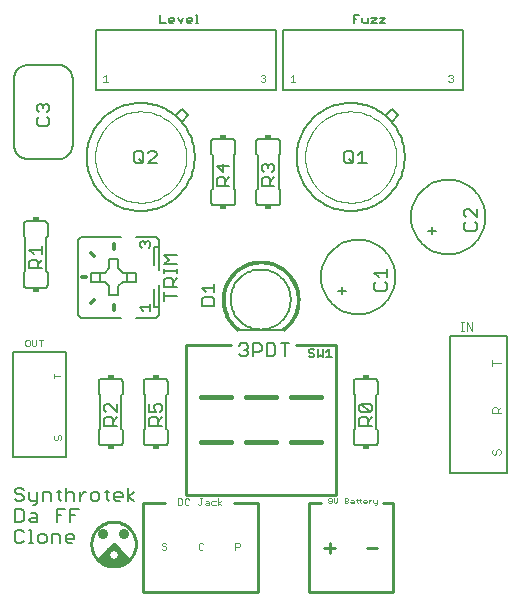
<source format=gto>
G75*
G70*
%OFA0B0*%
%FSLAX24Y24*%
%IPPOS*%
%LPD*%
%AMOC8*
5,1,8,0,0,1.08239X$1,22.5*
%
%ADD10C,0.0050*%
%ADD11C,0.0080*%
%ADD12C,0.0100*%
%ADD13C,0.0000*%
%ADD14C,0.0350*%
%ADD15C,0.0060*%
%ADD16C,0.0020*%
%ADD17R,0.0200X0.0150*%
%ADD18C,0.0120*%
%ADD19C,0.0010*%
%ADD20C,0.0030*%
%ADD21C,0.0160*%
D10*
X000802Y005302D02*
X000802Y008802D01*
X002552Y008802D01*
X002552Y005302D01*
X000802Y005302D01*
X005144Y010177D02*
X005027Y010294D01*
X005377Y010294D01*
X005377Y010177D02*
X005377Y010411D01*
X005319Y012277D02*
X005377Y012336D01*
X005377Y012452D01*
X005319Y012511D01*
X005261Y012511D01*
X005202Y012452D01*
X005202Y012394D01*
X005202Y012452D02*
X005144Y012511D01*
X005085Y012511D01*
X005027Y012452D01*
X005027Y012336D01*
X005085Y012277D01*
X003552Y017552D02*
X003552Y019552D01*
X009552Y019552D01*
X009552Y017552D01*
X003552Y017552D01*
X005702Y019757D02*
X005702Y020028D01*
X005702Y019757D02*
X005882Y019757D01*
X005997Y019802D02*
X005997Y019892D01*
X006042Y019937D01*
X006132Y019937D01*
X006177Y019892D01*
X006177Y019847D01*
X005997Y019847D01*
X005997Y019802D02*
X006042Y019757D01*
X006132Y019757D01*
X006292Y019937D02*
X006382Y019757D01*
X006472Y019937D01*
X006586Y019892D02*
X006631Y019937D01*
X006721Y019937D01*
X006766Y019892D01*
X006766Y019847D01*
X006586Y019847D01*
X006586Y019802D02*
X006586Y019892D01*
X006586Y019802D02*
X006631Y019757D01*
X006721Y019757D01*
X006881Y019757D02*
X006971Y019757D01*
X006926Y019757D02*
X006926Y020028D01*
X006881Y020028D01*
X009802Y019552D02*
X009802Y017552D01*
X015802Y017552D01*
X015802Y019552D01*
X009802Y019552D01*
X012149Y019757D02*
X012149Y020028D01*
X012329Y020028D01*
X012443Y019937D02*
X012443Y019802D01*
X012488Y019757D01*
X012624Y019757D01*
X012624Y019937D01*
X012738Y019937D02*
X012918Y019937D01*
X012738Y019757D01*
X012918Y019757D01*
X013033Y019757D02*
X013213Y019757D01*
X013213Y019937D02*
X013033Y019757D01*
X013033Y019937D02*
X013213Y019937D01*
X012239Y019892D02*
X012149Y019892D01*
X015352Y009327D02*
X017277Y009327D01*
X017277Y004777D01*
X015352Y004777D01*
X015352Y009327D01*
X011422Y008627D02*
X011242Y008627D01*
X011332Y008627D02*
X011332Y008898D01*
X011242Y008807D01*
X011127Y008898D02*
X011127Y008627D01*
X011037Y008717D01*
X010947Y008627D01*
X010947Y008898D01*
X010832Y008853D02*
X010787Y008898D01*
X010697Y008898D01*
X010652Y008853D01*
X010652Y008807D01*
X010697Y008762D01*
X010787Y008762D01*
X010832Y008717D01*
X010832Y008672D01*
X010787Y008627D01*
X010697Y008627D01*
X010652Y008672D01*
D11*
X001078Y002442D02*
X000937Y002442D01*
X000867Y002512D01*
X000867Y002793D01*
X000937Y002863D01*
X001078Y002863D01*
X001148Y002793D01*
X001328Y002863D02*
X001398Y002863D01*
X001398Y002442D01*
X001328Y002442D02*
X001468Y002442D01*
X001635Y002512D02*
X001705Y002442D01*
X001845Y002442D01*
X001915Y002512D01*
X001915Y002653D01*
X001845Y002723D01*
X001705Y002723D01*
X001635Y002653D01*
X001635Y002512D01*
X002095Y002442D02*
X002095Y002723D01*
X002305Y002723D01*
X002375Y002653D01*
X002375Y002442D01*
X002555Y002512D02*
X002555Y002653D01*
X002625Y002723D01*
X002765Y002723D01*
X002836Y002653D01*
X002836Y002582D01*
X002555Y002582D01*
X002555Y002512D02*
X002625Y002442D01*
X002765Y002442D01*
X002709Y003142D02*
X002709Y003563D01*
X002989Y003563D01*
X002849Y003353D02*
X002709Y003353D01*
X002529Y003563D02*
X002248Y003563D01*
X002248Y003142D01*
X002248Y003353D02*
X002389Y003353D01*
X002389Y003842D02*
X002318Y003912D01*
X002318Y004193D01*
X002248Y004123D02*
X002389Y004123D01*
X002555Y004053D02*
X002625Y004123D01*
X002765Y004123D01*
X002836Y004053D01*
X002836Y003842D01*
X003016Y003842D02*
X003016Y004123D01*
X003156Y004123D02*
X003016Y003982D01*
X003156Y004123D02*
X003226Y004123D01*
X003399Y004053D02*
X003399Y003912D01*
X003469Y003842D01*
X003609Y003842D01*
X003680Y003912D01*
X003680Y004053D01*
X003609Y004123D01*
X003469Y004123D01*
X003399Y004053D01*
X003860Y004123D02*
X004000Y004123D01*
X003930Y004193D02*
X003930Y003912D01*
X004000Y003842D01*
X004167Y003912D02*
X004167Y004053D01*
X004237Y004123D01*
X004377Y004123D01*
X004447Y004053D01*
X004447Y003982D01*
X004167Y003982D01*
X004167Y003912D02*
X004237Y003842D01*
X004377Y003842D01*
X004627Y003842D02*
X004627Y004263D01*
X004837Y004123D02*
X004627Y003982D01*
X004837Y003842D01*
X002555Y003842D02*
X002555Y004263D01*
X002068Y004053D02*
X002068Y003842D01*
X002068Y004053D02*
X001998Y004123D01*
X001788Y004123D01*
X001788Y003842D01*
X001608Y003842D02*
X001398Y003842D01*
X001328Y003912D01*
X001328Y004123D01*
X001148Y004193D02*
X001078Y004263D01*
X000937Y004263D01*
X000867Y004193D01*
X000867Y004123D01*
X000937Y004053D01*
X001078Y004053D01*
X001148Y003982D01*
X001148Y003912D01*
X001078Y003842D01*
X000937Y003842D01*
X000867Y003912D01*
X000867Y003563D02*
X001078Y003563D01*
X001148Y003493D01*
X001148Y003212D01*
X001078Y003142D01*
X000867Y003142D01*
X000867Y003563D01*
X001398Y003423D02*
X001538Y003423D01*
X001608Y003353D01*
X001608Y003142D01*
X001398Y003142D01*
X001328Y003212D01*
X001398Y003282D01*
X001608Y003282D01*
X001538Y003702D02*
X001468Y003702D01*
X001538Y003702D02*
X001608Y003772D01*
X001608Y004123D01*
X001148Y002512D02*
X001078Y002442D01*
X003842Y006342D02*
X003842Y006553D01*
X003912Y006623D01*
X004052Y006623D01*
X004122Y006553D01*
X004122Y006342D01*
X004262Y006342D02*
X003842Y006342D01*
X004122Y006482D02*
X004262Y006623D01*
X004262Y006803D02*
X003982Y007083D01*
X003912Y007083D01*
X003842Y007013D01*
X003842Y006873D01*
X003912Y006803D01*
X004262Y006803D02*
X004262Y007083D01*
X005342Y007083D02*
X005342Y006803D01*
X005552Y006803D01*
X005482Y006943D01*
X005482Y007013D01*
X005552Y007083D01*
X005692Y007083D01*
X005762Y007013D01*
X005762Y006873D01*
X005692Y006803D01*
X005762Y006623D02*
X005622Y006482D01*
X005622Y006553D02*
X005622Y006342D01*
X005762Y006342D02*
X005342Y006342D01*
X005342Y006553D01*
X005412Y006623D01*
X005552Y006623D01*
X005622Y006553D01*
X008342Y008737D02*
X008412Y008667D01*
X008553Y008667D01*
X008623Y008737D01*
X008623Y008807D01*
X008553Y008878D01*
X008482Y008878D01*
X008553Y008878D02*
X008623Y008948D01*
X008623Y009018D01*
X008553Y009088D01*
X008412Y009088D01*
X008342Y009018D01*
X008803Y009088D02*
X008803Y008667D01*
X008803Y008807D02*
X009013Y008807D01*
X009083Y008878D01*
X009083Y009018D01*
X009013Y009088D01*
X008803Y009088D01*
X009263Y009088D02*
X009263Y008667D01*
X009473Y008667D01*
X009543Y008737D01*
X009543Y009018D01*
X009473Y009088D01*
X009263Y009088D01*
X009723Y009088D02*
X010004Y009088D01*
X009864Y009088D02*
X009864Y008667D01*
X009802Y009552D02*
X008302Y009552D01*
X007512Y010342D02*
X007512Y010553D01*
X007442Y010623D01*
X007162Y010623D01*
X007092Y010553D01*
X007092Y010342D01*
X007512Y010342D01*
X007512Y010803D02*
X007512Y011083D01*
X007512Y010943D02*
X007092Y010943D01*
X007232Y010803D01*
X006262Y010657D02*
X005842Y010657D01*
X005842Y010517D02*
X005842Y010798D01*
X005842Y010978D02*
X005842Y011188D01*
X005912Y011258D01*
X006052Y011258D01*
X006122Y011188D01*
X006122Y010978D01*
X006122Y011118D02*
X006262Y011258D01*
X006262Y011438D02*
X006262Y011578D01*
X006262Y011508D02*
X005842Y011508D01*
X005842Y011438D02*
X005842Y011578D01*
X005842Y011745D02*
X005982Y011885D01*
X005842Y012025D01*
X006262Y012025D01*
X006262Y011745D02*
X005842Y011745D01*
X005842Y010978D02*
X006262Y010978D01*
X007592Y014342D02*
X007592Y014553D01*
X007662Y014623D01*
X007802Y014623D01*
X007872Y014553D01*
X007872Y014342D01*
X008012Y014342D02*
X007592Y014342D01*
X007872Y014482D02*
X008012Y014623D01*
X007802Y014803D02*
X007802Y015083D01*
X008012Y015013D02*
X007592Y015013D01*
X007802Y014803D01*
X009092Y014873D02*
X009162Y014803D01*
X009092Y014873D02*
X009092Y015013D01*
X009162Y015083D01*
X009232Y015083D01*
X009302Y015013D01*
X009372Y015083D01*
X009442Y015083D01*
X009512Y015013D01*
X009512Y014873D01*
X009442Y014803D01*
X009512Y014623D02*
X009372Y014482D01*
X009372Y014553D02*
X009372Y014342D01*
X009512Y014342D02*
X009092Y014342D01*
X009092Y014553D01*
X009162Y014623D01*
X009302Y014623D01*
X009372Y014553D01*
X009302Y014943D02*
X009302Y015013D01*
X011842Y015162D02*
X011912Y015092D01*
X012053Y015092D01*
X012123Y015162D01*
X012123Y015443D01*
X012053Y015513D01*
X011912Y015513D01*
X011842Y015443D01*
X011842Y015162D01*
X011982Y015232D02*
X012123Y015092D01*
X012303Y015092D02*
X012583Y015092D01*
X012443Y015092D02*
X012443Y015513D01*
X012303Y015373D01*
X013262Y011583D02*
X013262Y011303D01*
X013262Y011443D02*
X012842Y011443D01*
X012982Y011303D01*
X012912Y011123D02*
X012842Y011053D01*
X012842Y010912D01*
X012912Y010842D01*
X013192Y010842D01*
X013262Y010912D01*
X013262Y011053D01*
X013192Y011123D01*
X015842Y012912D02*
X015912Y012842D01*
X016192Y012842D01*
X016262Y012912D01*
X016262Y013053D01*
X016192Y013123D01*
X016262Y013303D02*
X015982Y013583D01*
X015912Y013583D01*
X015842Y013513D01*
X015842Y013373D01*
X015912Y013303D01*
X015912Y013123D02*
X015842Y013053D01*
X015842Y012912D01*
X016262Y013303D02*
X016262Y013583D01*
X012692Y007083D02*
X012412Y007083D01*
X012692Y006803D01*
X012762Y006873D01*
X012762Y007013D01*
X012692Y007083D01*
X012692Y006803D02*
X012412Y006803D01*
X012342Y006873D01*
X012342Y007013D01*
X012412Y007083D01*
X012412Y006623D02*
X012552Y006623D01*
X012622Y006553D01*
X012622Y006342D01*
X012762Y006342D02*
X012342Y006342D01*
X012342Y006553D01*
X012412Y006623D01*
X012622Y006482D02*
X012762Y006623D01*
X005583Y015092D02*
X005303Y015092D01*
X005583Y015373D01*
X005583Y015443D01*
X005513Y015513D01*
X005373Y015513D01*
X005303Y015443D01*
X005123Y015443D02*
X005123Y015162D01*
X005053Y015092D01*
X004912Y015092D01*
X004842Y015162D01*
X004842Y015443D01*
X004912Y015513D01*
X005053Y015513D01*
X005123Y015443D01*
X004982Y015232D02*
X005123Y015092D01*
X002787Y015728D02*
X002787Y017877D01*
X002287Y018377D02*
X001318Y018377D01*
X000818Y017841D02*
X000818Y015728D01*
X001318Y015228D02*
X002287Y015228D01*
X001942Y016342D02*
X001662Y016342D01*
X001592Y016412D01*
X001592Y016553D01*
X001662Y016623D01*
X001662Y016803D02*
X001592Y016873D01*
X001592Y017013D01*
X001662Y017083D01*
X001732Y017083D01*
X001802Y017013D01*
X001872Y017083D01*
X001942Y017083D01*
X002012Y017013D01*
X002012Y016873D01*
X001942Y016803D01*
X001942Y016623D02*
X002012Y016553D01*
X002012Y016412D01*
X001942Y016342D01*
X001802Y016943D02*
X001802Y017013D01*
X001762Y012333D02*
X001762Y012053D01*
X001762Y012193D02*
X001342Y012193D01*
X001482Y012053D01*
X001412Y011873D02*
X001552Y011873D01*
X001622Y011803D01*
X001622Y011592D01*
X001762Y011592D02*
X001342Y011592D01*
X001342Y011803D01*
X001412Y011873D01*
X001622Y011732D02*
X001762Y011873D01*
D12*
X006552Y009052D02*
X006552Y004052D01*
X011552Y004052D01*
X011552Y009052D01*
X010227Y009052D01*
X008052Y009052D02*
X006552Y009052D01*
X005862Y003777D02*
X005127Y003777D01*
X005127Y000802D01*
X008977Y000802D01*
X008977Y003777D01*
X008170Y003777D01*
X010652Y003777D02*
X010652Y000802D01*
X013452Y000802D01*
X013452Y003777D01*
X013144Y003777D01*
X012938Y002267D02*
X012588Y002267D01*
X011527Y002267D02*
X011173Y002267D01*
X011348Y002092D02*
X011348Y002442D01*
X011047Y003777D02*
X010652Y003777D01*
X004677Y001877D02*
X004502Y001877D01*
X004327Y002052D01*
X004502Y002052D01*
X004152Y001702D01*
X003802Y001877D01*
X003977Y002227D01*
X003977Y002052D01*
X003627Y001877D01*
X003802Y001877D01*
X003627Y001877D01*
X004152Y001702D01*
X003802Y002052D01*
X003977Y002052D01*
X003977Y001702D01*
X004152Y001877D01*
X003802Y001877D01*
X004152Y001877D01*
X004327Y001877D01*
X004502Y001877D01*
X004502Y002052D01*
X004327Y001877D01*
X004502Y001877D01*
X004677Y001877D01*
X004502Y002052D01*
X004327Y002227D01*
X004152Y002227D01*
X004327Y002227D01*
X004152Y002402D01*
X003410Y002402D02*
X003412Y002456D01*
X003418Y002510D01*
X003428Y002563D01*
X003441Y002616D01*
X003459Y002667D01*
X003480Y002717D01*
X003505Y002765D01*
X003533Y002811D01*
X003565Y002855D01*
X003599Y002897D01*
X003637Y002936D01*
X003677Y002972D01*
X003720Y003005D01*
X003765Y003035D01*
X003813Y003062D01*
X003862Y003085D01*
X003912Y003104D01*
X003964Y003120D01*
X004017Y003132D01*
X004071Y003140D01*
X004125Y003144D01*
X004179Y003144D01*
X004233Y003140D01*
X004287Y003132D01*
X004340Y003120D01*
X004392Y003104D01*
X004442Y003085D01*
X004491Y003062D01*
X004539Y003035D01*
X004584Y003005D01*
X004627Y002972D01*
X004667Y002936D01*
X004705Y002897D01*
X004739Y002855D01*
X004771Y002811D01*
X004799Y002765D01*
X004824Y002717D01*
X004845Y002667D01*
X004863Y002616D01*
X004876Y002563D01*
X004886Y002510D01*
X004892Y002456D01*
X004894Y002402D01*
X004892Y002348D01*
X004886Y002294D01*
X004876Y002241D01*
X004863Y002188D01*
X004845Y002137D01*
X004824Y002087D01*
X004799Y002039D01*
X004771Y001993D01*
X004739Y001949D01*
X004705Y001907D01*
X004667Y001868D01*
X004627Y001832D01*
X004584Y001799D01*
X004539Y001769D01*
X004491Y001742D01*
X004442Y001719D01*
X004392Y001700D01*
X004340Y001684D01*
X004287Y001672D01*
X004233Y001664D01*
X004179Y001660D01*
X004125Y001660D01*
X004071Y001664D01*
X004017Y001672D01*
X003964Y001684D01*
X003912Y001700D01*
X003862Y001719D01*
X003813Y001742D01*
X003765Y001769D01*
X003720Y001799D01*
X003677Y001832D01*
X003637Y001868D01*
X003599Y001907D01*
X003565Y001949D01*
X003533Y001993D01*
X003505Y002039D01*
X003480Y002087D01*
X003459Y002137D01*
X003441Y002188D01*
X003428Y002241D01*
X003418Y002294D01*
X003412Y002348D01*
X003410Y002402D01*
X003802Y002052D02*
X003977Y002227D01*
X004152Y002227D01*
X003977Y002227D01*
X004152Y002402D01*
X004152Y002227D01*
X004152Y002402D01*
X003977Y002052D02*
X003979Y002078D01*
X003985Y002104D01*
X003994Y002128D01*
X004007Y002151D01*
X004024Y002171D01*
X004043Y002189D01*
X004065Y002204D01*
X004088Y002215D01*
X004113Y002223D01*
X004139Y002227D01*
X004165Y002227D01*
X004191Y002223D01*
X004216Y002215D01*
X004240Y002204D01*
X004261Y002189D01*
X004280Y002171D01*
X004297Y002151D01*
X004310Y002128D01*
X004319Y002104D01*
X004325Y002078D01*
X004327Y002052D01*
X004325Y002026D01*
X004319Y002000D01*
X004310Y001976D01*
X004297Y001953D01*
X004280Y001933D01*
X004261Y001915D01*
X004239Y001900D01*
X004216Y001889D01*
X004191Y001881D01*
X004165Y001877D01*
X004139Y001877D01*
X004113Y001881D01*
X004088Y001889D01*
X004064Y001900D01*
X004043Y001915D01*
X004024Y001933D01*
X004007Y001953D01*
X003994Y001976D01*
X003985Y002000D01*
X003979Y002026D01*
X003977Y002052D01*
X003802Y002052D02*
X003627Y001877D01*
X003977Y001702D02*
X004327Y001877D01*
X004327Y001702D01*
X004327Y002052D01*
X004327Y001877D01*
X004327Y001702D02*
X004152Y001702D01*
X003977Y001702D01*
X004327Y001702D02*
X004502Y001877D01*
D13*
X004327Y001877D02*
X004327Y001702D01*
X003977Y001877D01*
X004152Y001702D02*
X003802Y002052D01*
X004152Y001702D02*
X004327Y001877D01*
D14*
X004502Y002752D03*
X003802Y002752D03*
D15*
X003752Y005696D02*
X004352Y005696D01*
X004369Y005698D01*
X004386Y005702D01*
X004402Y005709D01*
X004416Y005719D01*
X004429Y005732D01*
X004439Y005746D01*
X004446Y005762D01*
X004450Y005779D01*
X004452Y005796D01*
X004452Y006196D01*
X004402Y006246D01*
X004402Y007359D01*
X004452Y007409D01*
X004452Y007809D01*
X004450Y007826D01*
X004446Y007843D01*
X004439Y007859D01*
X004429Y007873D01*
X004416Y007886D01*
X004402Y007896D01*
X004386Y007903D01*
X004369Y007907D01*
X004352Y007909D01*
X003752Y007909D01*
X003735Y007907D01*
X003718Y007903D01*
X003702Y007896D01*
X003688Y007886D01*
X003675Y007873D01*
X003665Y007859D01*
X003658Y007843D01*
X003654Y007826D01*
X003652Y007809D01*
X003652Y007409D01*
X003702Y007359D01*
X003702Y006246D01*
X003652Y006196D01*
X003652Y005796D01*
X003654Y005779D01*
X003658Y005762D01*
X003665Y005746D01*
X003675Y005732D01*
X003688Y005719D01*
X003702Y005709D01*
X003718Y005702D01*
X003735Y005698D01*
X003752Y005696D01*
X005152Y005796D02*
X005152Y006196D01*
X005202Y006246D01*
X005202Y007359D01*
X005152Y007409D01*
X005152Y007809D01*
X005154Y007826D01*
X005158Y007843D01*
X005165Y007859D01*
X005175Y007873D01*
X005188Y007886D01*
X005202Y007896D01*
X005218Y007903D01*
X005235Y007907D01*
X005252Y007909D01*
X005852Y007909D01*
X005869Y007907D01*
X005886Y007903D01*
X005902Y007896D01*
X005916Y007886D01*
X005929Y007873D01*
X005939Y007859D01*
X005946Y007843D01*
X005950Y007826D01*
X005952Y007809D01*
X005952Y007409D01*
X005902Y007359D01*
X005902Y006246D01*
X005952Y006196D01*
X005952Y005796D01*
X005950Y005779D01*
X005946Y005762D01*
X005939Y005746D01*
X005929Y005732D01*
X005916Y005719D01*
X005902Y005709D01*
X005886Y005702D01*
X005869Y005698D01*
X005852Y005696D01*
X005252Y005696D01*
X005235Y005698D01*
X005218Y005702D01*
X005202Y005709D01*
X005188Y005719D01*
X005175Y005732D01*
X005165Y005746D01*
X005158Y005762D01*
X005154Y005779D01*
X005152Y005796D01*
X004902Y009952D02*
X005552Y009952D01*
X005652Y010052D01*
X005652Y010302D01*
X005652Y011052D01*
X005502Y010902D02*
X005502Y010302D01*
X005652Y010302D01*
X004902Y011152D02*
X004602Y011152D01*
X004602Y011452D01*
X004452Y011452D01*
X004302Y011602D01*
X004302Y011902D01*
X004002Y011902D01*
X004002Y011602D01*
X003852Y011452D01*
X003702Y011452D01*
X003402Y011452D01*
X003402Y011152D01*
X003702Y011152D01*
X003852Y011152D01*
X004002Y011002D01*
X004002Y010702D01*
X004302Y010702D01*
X004302Y011002D01*
X004452Y011152D01*
X004602Y011152D01*
X004602Y011452D02*
X004902Y011452D01*
X004902Y011152D01*
X005502Y011702D02*
X005502Y012302D01*
X005652Y012302D01*
X005652Y012552D01*
X005552Y012652D01*
X004902Y012652D01*
X004402Y012652D02*
X003052Y012652D01*
X002952Y012552D01*
X002952Y010052D01*
X003052Y009952D01*
X004402Y009952D01*
X003702Y011152D02*
X003702Y011452D01*
X001952Y011446D02*
X001952Y011046D01*
X001950Y011029D01*
X001946Y011012D01*
X001939Y010996D01*
X001929Y010982D01*
X001916Y010969D01*
X001902Y010959D01*
X001886Y010952D01*
X001869Y010948D01*
X001852Y010946D01*
X001252Y010946D01*
X001235Y010948D01*
X001218Y010952D01*
X001202Y010959D01*
X001188Y010969D01*
X001175Y010982D01*
X001165Y010996D01*
X001158Y011012D01*
X001154Y011029D01*
X001152Y011046D01*
X001152Y011446D01*
X001202Y011496D01*
X001202Y012609D01*
X001152Y012659D01*
X001152Y013059D01*
X001154Y013076D01*
X001158Y013093D01*
X001165Y013109D01*
X001175Y013123D01*
X001188Y013136D01*
X001202Y013146D01*
X001218Y013153D01*
X001235Y013157D01*
X001252Y013159D01*
X001852Y013159D01*
X001869Y013157D01*
X001886Y013153D01*
X001902Y013146D01*
X001916Y013136D01*
X001929Y013123D01*
X001939Y013109D01*
X001946Y013093D01*
X001950Y013076D01*
X001952Y013059D01*
X001952Y012659D01*
X001902Y012609D01*
X001902Y011496D01*
X001952Y011446D01*
X003252Y015302D02*
X003254Y015390D01*
X003261Y015478D01*
X003271Y015566D01*
X003287Y015653D01*
X003306Y015739D01*
X003330Y015825D01*
X003357Y015908D01*
X003389Y015991D01*
X003425Y016072D01*
X003465Y016151D01*
X003508Y016227D01*
X003555Y016302D01*
X003606Y016374D01*
X003661Y016444D01*
X003718Y016511D01*
X003779Y016575D01*
X003843Y016636D01*
X003910Y016693D01*
X003980Y016748D01*
X004052Y016799D01*
X004127Y016846D01*
X004203Y016889D01*
X004282Y016929D01*
X004363Y016965D01*
X004446Y016997D01*
X004529Y017024D01*
X004615Y017048D01*
X004701Y017067D01*
X004788Y017083D01*
X004876Y017093D01*
X004964Y017100D01*
X005052Y017102D01*
X005140Y017100D01*
X005228Y017093D01*
X005316Y017083D01*
X005403Y017067D01*
X005489Y017048D01*
X005575Y017024D01*
X005658Y016997D01*
X005741Y016965D01*
X005822Y016929D01*
X005901Y016889D01*
X005977Y016846D01*
X006052Y016799D01*
X006124Y016748D01*
X006194Y016693D01*
X006261Y016636D01*
X006325Y016575D01*
X006386Y016511D01*
X006443Y016444D01*
X006498Y016374D01*
X006549Y016302D01*
X006596Y016227D01*
X006639Y016151D01*
X006679Y016072D01*
X006715Y015991D01*
X006747Y015908D01*
X006774Y015825D01*
X006798Y015739D01*
X006817Y015653D01*
X006833Y015566D01*
X006843Y015478D01*
X006850Y015390D01*
X006852Y015302D01*
X006850Y015214D01*
X006843Y015126D01*
X006833Y015038D01*
X006817Y014951D01*
X006798Y014865D01*
X006774Y014779D01*
X006747Y014696D01*
X006715Y014613D01*
X006679Y014532D01*
X006639Y014453D01*
X006596Y014377D01*
X006549Y014302D01*
X006498Y014230D01*
X006443Y014160D01*
X006386Y014093D01*
X006325Y014029D01*
X006261Y013968D01*
X006194Y013911D01*
X006124Y013856D01*
X006052Y013805D01*
X005977Y013758D01*
X005901Y013715D01*
X005822Y013675D01*
X005741Y013639D01*
X005658Y013607D01*
X005575Y013580D01*
X005489Y013556D01*
X005403Y013537D01*
X005316Y013521D01*
X005228Y013511D01*
X005140Y013504D01*
X005052Y013502D01*
X004964Y013504D01*
X004876Y013511D01*
X004788Y013521D01*
X004701Y013537D01*
X004615Y013556D01*
X004529Y013580D01*
X004446Y013607D01*
X004363Y013639D01*
X004282Y013675D01*
X004203Y013715D01*
X004127Y013758D01*
X004052Y013805D01*
X003980Y013856D01*
X003910Y013911D01*
X003843Y013968D01*
X003779Y014029D01*
X003718Y014093D01*
X003661Y014160D01*
X003606Y014230D01*
X003555Y014302D01*
X003508Y014377D01*
X003465Y014453D01*
X003425Y014532D01*
X003389Y014613D01*
X003357Y014696D01*
X003330Y014779D01*
X003306Y014865D01*
X003287Y014951D01*
X003271Y015038D01*
X003261Y015126D01*
X003254Y015214D01*
X003252Y015302D01*
X002787Y015728D02*
X002785Y015684D01*
X002779Y015641D01*
X002770Y015599D01*
X002757Y015557D01*
X002740Y015517D01*
X002720Y015478D01*
X002697Y015441D01*
X002670Y015407D01*
X002641Y015374D01*
X002608Y015345D01*
X002574Y015318D01*
X002537Y015295D01*
X002498Y015275D01*
X002458Y015258D01*
X002416Y015245D01*
X002374Y015236D01*
X002331Y015230D01*
X002287Y015228D01*
X001318Y015228D02*
X001274Y015230D01*
X001231Y015236D01*
X001189Y015245D01*
X001147Y015258D01*
X001107Y015275D01*
X001068Y015295D01*
X001031Y015318D01*
X000997Y015345D01*
X000964Y015374D01*
X000935Y015407D01*
X000908Y015441D01*
X000885Y015478D01*
X000865Y015517D01*
X000848Y015557D01*
X000835Y015599D01*
X000826Y015641D01*
X000820Y015684D01*
X000818Y015728D01*
X000818Y017877D02*
X000820Y017921D01*
X000826Y017964D01*
X000835Y018006D01*
X000848Y018048D01*
X000865Y018088D01*
X000885Y018127D01*
X000908Y018164D01*
X000935Y018198D01*
X000964Y018231D01*
X000997Y018260D01*
X001031Y018287D01*
X001068Y018310D01*
X001107Y018330D01*
X001147Y018347D01*
X001189Y018360D01*
X001231Y018369D01*
X001274Y018375D01*
X001318Y018377D01*
X002287Y018377D02*
X002331Y018375D01*
X002374Y018369D01*
X002416Y018360D01*
X002458Y018347D01*
X002498Y018330D01*
X002537Y018310D01*
X002574Y018287D01*
X002608Y018260D01*
X002641Y018231D01*
X002670Y018198D01*
X002697Y018164D01*
X002720Y018127D01*
X002740Y018088D01*
X002757Y018048D01*
X002770Y018006D01*
X002779Y017964D01*
X002785Y017921D01*
X002787Y017877D01*
X006222Y016692D02*
X006432Y016902D01*
X006642Y016692D01*
X006432Y016482D01*
X007402Y015809D02*
X007402Y015409D01*
X007452Y015359D01*
X007452Y014246D01*
X007402Y014196D01*
X007402Y013796D01*
X007404Y013779D01*
X007408Y013762D01*
X007415Y013746D01*
X007425Y013732D01*
X007438Y013719D01*
X007452Y013709D01*
X007468Y013702D01*
X007485Y013698D01*
X007502Y013696D01*
X008102Y013696D01*
X008119Y013698D01*
X008136Y013702D01*
X008152Y013709D01*
X008166Y013719D01*
X008179Y013732D01*
X008189Y013746D01*
X008196Y013762D01*
X008200Y013779D01*
X008202Y013796D01*
X008202Y014196D01*
X008152Y014246D01*
X008152Y015359D01*
X008202Y015409D01*
X008202Y015809D01*
X008200Y015826D01*
X008196Y015843D01*
X008189Y015859D01*
X008179Y015873D01*
X008166Y015886D01*
X008152Y015896D01*
X008136Y015903D01*
X008119Y015907D01*
X008102Y015909D01*
X007502Y015909D01*
X007485Y015907D01*
X007468Y015903D01*
X007452Y015896D01*
X007438Y015886D01*
X007425Y015873D01*
X007415Y015859D01*
X007408Y015843D01*
X007404Y015826D01*
X007402Y015809D01*
X008902Y015809D02*
X008902Y015409D01*
X008952Y015359D01*
X008952Y014246D01*
X008902Y014196D01*
X008902Y013796D01*
X008904Y013779D01*
X008908Y013762D01*
X008915Y013746D01*
X008925Y013732D01*
X008938Y013719D01*
X008952Y013709D01*
X008968Y013702D01*
X008985Y013698D01*
X009002Y013696D01*
X009602Y013696D01*
X009619Y013698D01*
X009636Y013702D01*
X009652Y013709D01*
X009666Y013719D01*
X009679Y013732D01*
X009689Y013746D01*
X009696Y013762D01*
X009700Y013779D01*
X009702Y013796D01*
X009702Y014196D01*
X009652Y014246D01*
X009652Y015359D01*
X009702Y015409D01*
X009702Y015809D01*
X009700Y015826D01*
X009696Y015843D01*
X009689Y015859D01*
X009679Y015873D01*
X009666Y015886D01*
X009652Y015896D01*
X009636Y015903D01*
X009619Y015907D01*
X009602Y015909D01*
X009002Y015909D01*
X008985Y015907D01*
X008968Y015903D01*
X008952Y015896D01*
X008938Y015886D01*
X008925Y015873D01*
X008915Y015859D01*
X008908Y015843D01*
X008904Y015826D01*
X008902Y015809D01*
X010252Y015302D02*
X010254Y015390D01*
X010261Y015478D01*
X010271Y015566D01*
X010287Y015653D01*
X010306Y015739D01*
X010330Y015825D01*
X010357Y015908D01*
X010389Y015991D01*
X010425Y016072D01*
X010465Y016151D01*
X010508Y016227D01*
X010555Y016302D01*
X010606Y016374D01*
X010661Y016444D01*
X010718Y016511D01*
X010779Y016575D01*
X010843Y016636D01*
X010910Y016693D01*
X010980Y016748D01*
X011052Y016799D01*
X011127Y016846D01*
X011203Y016889D01*
X011282Y016929D01*
X011363Y016965D01*
X011446Y016997D01*
X011529Y017024D01*
X011615Y017048D01*
X011701Y017067D01*
X011788Y017083D01*
X011876Y017093D01*
X011964Y017100D01*
X012052Y017102D01*
X012140Y017100D01*
X012228Y017093D01*
X012316Y017083D01*
X012403Y017067D01*
X012489Y017048D01*
X012575Y017024D01*
X012658Y016997D01*
X012741Y016965D01*
X012822Y016929D01*
X012901Y016889D01*
X012977Y016846D01*
X013052Y016799D01*
X013124Y016748D01*
X013194Y016693D01*
X013261Y016636D01*
X013325Y016575D01*
X013386Y016511D01*
X013443Y016444D01*
X013498Y016374D01*
X013549Y016302D01*
X013596Y016227D01*
X013639Y016151D01*
X013679Y016072D01*
X013715Y015991D01*
X013747Y015908D01*
X013774Y015825D01*
X013798Y015739D01*
X013817Y015653D01*
X013833Y015566D01*
X013843Y015478D01*
X013850Y015390D01*
X013852Y015302D01*
X013850Y015214D01*
X013843Y015126D01*
X013833Y015038D01*
X013817Y014951D01*
X013798Y014865D01*
X013774Y014779D01*
X013747Y014696D01*
X013715Y014613D01*
X013679Y014532D01*
X013639Y014453D01*
X013596Y014377D01*
X013549Y014302D01*
X013498Y014230D01*
X013443Y014160D01*
X013386Y014093D01*
X013325Y014029D01*
X013261Y013968D01*
X013194Y013911D01*
X013124Y013856D01*
X013052Y013805D01*
X012977Y013758D01*
X012901Y013715D01*
X012822Y013675D01*
X012741Y013639D01*
X012658Y013607D01*
X012575Y013580D01*
X012489Y013556D01*
X012403Y013537D01*
X012316Y013521D01*
X012228Y013511D01*
X012140Y013504D01*
X012052Y013502D01*
X011964Y013504D01*
X011876Y013511D01*
X011788Y013521D01*
X011701Y013537D01*
X011615Y013556D01*
X011529Y013580D01*
X011446Y013607D01*
X011363Y013639D01*
X011282Y013675D01*
X011203Y013715D01*
X011127Y013758D01*
X011052Y013805D01*
X010980Y013856D01*
X010910Y013911D01*
X010843Y013968D01*
X010779Y014029D01*
X010718Y014093D01*
X010661Y014160D01*
X010606Y014230D01*
X010555Y014302D01*
X010508Y014377D01*
X010465Y014453D01*
X010425Y014532D01*
X010389Y014613D01*
X010357Y014696D01*
X010330Y014779D01*
X010306Y014865D01*
X010287Y014951D01*
X010271Y015038D01*
X010261Y015126D01*
X010254Y015214D01*
X010252Y015302D01*
X013222Y016692D02*
X013432Y016902D01*
X013642Y016692D01*
X013432Y016482D01*
X014062Y013302D02*
X014064Y013372D01*
X014070Y013442D01*
X014080Y013512D01*
X014094Y013580D01*
X014111Y013648D01*
X014133Y013715D01*
X014158Y013781D01*
X014187Y013845D01*
X014219Y013907D01*
X014255Y013967D01*
X014295Y014025D01*
X014337Y014081D01*
X014383Y014134D01*
X014431Y014185D01*
X014483Y014233D01*
X014537Y014278D01*
X014593Y014319D01*
X014652Y014358D01*
X014713Y014393D01*
X014775Y014425D01*
X014840Y014453D01*
X014905Y014477D01*
X014973Y014497D01*
X015041Y014514D01*
X015110Y014527D01*
X015179Y014536D01*
X015249Y014541D01*
X015320Y014542D01*
X015390Y014539D01*
X015460Y014532D01*
X015529Y014521D01*
X015597Y014506D01*
X015665Y014488D01*
X015732Y014465D01*
X015797Y014439D01*
X015860Y014409D01*
X015922Y014376D01*
X015982Y014339D01*
X016039Y014299D01*
X016095Y014256D01*
X016147Y014209D01*
X016197Y014160D01*
X016244Y014108D01*
X016288Y014053D01*
X016329Y013996D01*
X016367Y013937D01*
X016401Y013876D01*
X016432Y013813D01*
X016459Y013748D01*
X016482Y013682D01*
X016502Y013614D01*
X016518Y013546D01*
X016530Y013477D01*
X016538Y013407D01*
X016542Y013337D01*
X016542Y013267D01*
X016538Y013197D01*
X016530Y013127D01*
X016518Y013058D01*
X016502Y012990D01*
X016482Y012922D01*
X016459Y012856D01*
X016432Y012791D01*
X016401Y012728D01*
X016367Y012667D01*
X016329Y012608D01*
X016288Y012551D01*
X016244Y012496D01*
X016197Y012444D01*
X016147Y012395D01*
X016095Y012348D01*
X016039Y012305D01*
X015982Y012265D01*
X015922Y012228D01*
X015860Y012195D01*
X015797Y012165D01*
X015732Y012139D01*
X015665Y012116D01*
X015597Y012098D01*
X015529Y012083D01*
X015460Y012072D01*
X015390Y012065D01*
X015320Y012062D01*
X015249Y012063D01*
X015179Y012068D01*
X015110Y012077D01*
X015041Y012090D01*
X014973Y012107D01*
X014905Y012127D01*
X014840Y012151D01*
X014775Y012179D01*
X014713Y012211D01*
X014652Y012246D01*
X014593Y012285D01*
X014537Y012326D01*
X014483Y012371D01*
X014431Y012419D01*
X014383Y012470D01*
X014337Y012523D01*
X014295Y012579D01*
X014255Y012637D01*
X014219Y012697D01*
X014187Y012759D01*
X014158Y012823D01*
X014133Y012889D01*
X014111Y012956D01*
X014094Y013024D01*
X014080Y013092D01*
X014070Y013162D01*
X014064Y013232D01*
X014062Y013302D01*
X014642Y012852D02*
X014892Y012852D01*
X014762Y012982D02*
X014762Y012722D01*
X011062Y011302D02*
X011064Y011372D01*
X011070Y011442D01*
X011080Y011512D01*
X011094Y011580D01*
X011111Y011648D01*
X011133Y011715D01*
X011158Y011781D01*
X011187Y011845D01*
X011219Y011907D01*
X011255Y011967D01*
X011295Y012025D01*
X011337Y012081D01*
X011383Y012134D01*
X011431Y012185D01*
X011483Y012233D01*
X011537Y012278D01*
X011593Y012319D01*
X011652Y012358D01*
X011713Y012393D01*
X011775Y012425D01*
X011840Y012453D01*
X011905Y012477D01*
X011973Y012497D01*
X012041Y012514D01*
X012110Y012527D01*
X012179Y012536D01*
X012249Y012541D01*
X012320Y012542D01*
X012390Y012539D01*
X012460Y012532D01*
X012529Y012521D01*
X012597Y012506D01*
X012665Y012488D01*
X012732Y012465D01*
X012797Y012439D01*
X012860Y012409D01*
X012922Y012376D01*
X012982Y012339D01*
X013039Y012299D01*
X013095Y012256D01*
X013147Y012209D01*
X013197Y012160D01*
X013244Y012108D01*
X013288Y012053D01*
X013329Y011996D01*
X013367Y011937D01*
X013401Y011876D01*
X013432Y011813D01*
X013459Y011748D01*
X013482Y011682D01*
X013502Y011614D01*
X013518Y011546D01*
X013530Y011477D01*
X013538Y011407D01*
X013542Y011337D01*
X013542Y011267D01*
X013538Y011197D01*
X013530Y011127D01*
X013518Y011058D01*
X013502Y010990D01*
X013482Y010922D01*
X013459Y010856D01*
X013432Y010791D01*
X013401Y010728D01*
X013367Y010667D01*
X013329Y010608D01*
X013288Y010551D01*
X013244Y010496D01*
X013197Y010444D01*
X013147Y010395D01*
X013095Y010348D01*
X013039Y010305D01*
X012982Y010265D01*
X012922Y010228D01*
X012860Y010195D01*
X012797Y010165D01*
X012732Y010139D01*
X012665Y010116D01*
X012597Y010098D01*
X012529Y010083D01*
X012460Y010072D01*
X012390Y010065D01*
X012320Y010062D01*
X012249Y010063D01*
X012179Y010068D01*
X012110Y010077D01*
X012041Y010090D01*
X011973Y010107D01*
X011905Y010127D01*
X011840Y010151D01*
X011775Y010179D01*
X011713Y010211D01*
X011652Y010246D01*
X011593Y010285D01*
X011537Y010326D01*
X011483Y010371D01*
X011431Y010419D01*
X011383Y010470D01*
X011337Y010523D01*
X011295Y010579D01*
X011255Y010637D01*
X011219Y010697D01*
X011187Y010759D01*
X011158Y010823D01*
X011133Y010889D01*
X011111Y010956D01*
X011094Y011024D01*
X011080Y011092D01*
X011070Y011162D01*
X011064Y011232D01*
X011062Y011302D01*
X011642Y010852D02*
X011892Y010852D01*
X011762Y010982D02*
X011762Y010722D01*
X012252Y007909D02*
X012852Y007909D01*
X012869Y007907D01*
X012886Y007903D01*
X012902Y007896D01*
X012916Y007886D01*
X012929Y007873D01*
X012939Y007859D01*
X012946Y007843D01*
X012950Y007826D01*
X012952Y007809D01*
X012952Y007409D01*
X012902Y007359D01*
X012902Y006246D01*
X012952Y006196D01*
X012952Y005796D01*
X012950Y005779D01*
X012946Y005762D01*
X012939Y005746D01*
X012929Y005732D01*
X012916Y005719D01*
X012902Y005709D01*
X012886Y005702D01*
X012869Y005698D01*
X012852Y005696D01*
X012252Y005696D01*
X012235Y005698D01*
X012218Y005702D01*
X012202Y005709D01*
X012188Y005719D01*
X012175Y005732D01*
X012165Y005746D01*
X012158Y005762D01*
X012154Y005779D01*
X012152Y005796D01*
X012152Y006196D01*
X012202Y006246D01*
X012202Y007359D01*
X012152Y007409D01*
X012152Y007809D01*
X012154Y007826D01*
X012158Y007843D01*
X012165Y007859D01*
X012175Y007873D01*
X012188Y007886D01*
X012202Y007896D01*
X012218Y007903D01*
X012235Y007907D01*
X012252Y007909D01*
X008052Y010552D02*
X008054Y010615D01*
X008060Y010677D01*
X008070Y010739D01*
X008083Y010801D01*
X008101Y010861D01*
X008122Y010920D01*
X008147Y010978D01*
X008176Y011034D01*
X008208Y011088D01*
X008243Y011140D01*
X008281Y011189D01*
X008323Y011237D01*
X008367Y011281D01*
X008415Y011323D01*
X008464Y011361D01*
X008516Y011396D01*
X008570Y011428D01*
X008626Y011457D01*
X008684Y011482D01*
X008743Y011503D01*
X008803Y011521D01*
X008865Y011534D01*
X008927Y011544D01*
X008989Y011550D01*
X009052Y011552D01*
X009115Y011550D01*
X009177Y011544D01*
X009239Y011534D01*
X009301Y011521D01*
X009361Y011503D01*
X009420Y011482D01*
X009478Y011457D01*
X009534Y011428D01*
X009588Y011396D01*
X009640Y011361D01*
X009689Y011323D01*
X009737Y011281D01*
X009781Y011237D01*
X009823Y011189D01*
X009861Y011140D01*
X009896Y011088D01*
X009928Y011034D01*
X009957Y010978D01*
X009982Y010920D01*
X010003Y010861D01*
X010021Y010801D01*
X010034Y010739D01*
X010044Y010677D01*
X010050Y010615D01*
X010052Y010552D01*
X010050Y010489D01*
X010044Y010427D01*
X010034Y010365D01*
X010021Y010303D01*
X010003Y010243D01*
X009982Y010184D01*
X009957Y010126D01*
X009928Y010070D01*
X009896Y010016D01*
X009861Y009964D01*
X009823Y009915D01*
X009781Y009867D01*
X009737Y009823D01*
X009689Y009781D01*
X009640Y009743D01*
X009588Y009708D01*
X009534Y009676D01*
X009478Y009647D01*
X009420Y009622D01*
X009361Y009601D01*
X009301Y009583D01*
X009239Y009570D01*
X009177Y009560D01*
X009115Y009554D01*
X009052Y009552D01*
X008989Y009554D01*
X008927Y009560D01*
X008865Y009570D01*
X008803Y009583D01*
X008743Y009601D01*
X008684Y009622D01*
X008626Y009647D01*
X008570Y009676D01*
X008516Y009708D01*
X008464Y009743D01*
X008415Y009781D01*
X008367Y009823D01*
X008323Y009867D01*
X008281Y009915D01*
X008243Y009964D01*
X008208Y010016D01*
X008176Y010070D01*
X008147Y010126D01*
X008122Y010184D01*
X008101Y010243D01*
X008083Y010303D01*
X008070Y010365D01*
X008060Y010427D01*
X008054Y010489D01*
X008052Y010552D01*
X005652Y011552D02*
X005652Y012302D01*
D16*
X003532Y015302D02*
X003534Y015380D01*
X003540Y015457D01*
X003550Y015534D01*
X003564Y015610D01*
X003581Y015686D01*
X003603Y015761D01*
X003628Y015834D01*
X003657Y015906D01*
X003690Y015976D01*
X003726Y016045D01*
X003766Y016112D01*
X003809Y016176D01*
X003855Y016239D01*
X003904Y016299D01*
X003957Y016356D01*
X004012Y016411D01*
X004070Y016462D01*
X004131Y016511D01*
X004193Y016556D01*
X004259Y016599D01*
X004326Y016637D01*
X004395Y016673D01*
X004466Y016704D01*
X004538Y016733D01*
X004612Y016757D01*
X004687Y016777D01*
X004763Y016794D01*
X004839Y016807D01*
X004916Y016816D01*
X004994Y016821D01*
X005071Y016822D01*
X005149Y016819D01*
X005226Y016812D01*
X005303Y016801D01*
X005379Y016786D01*
X005455Y016768D01*
X005529Y016745D01*
X005602Y016719D01*
X005674Y016689D01*
X005744Y016655D01*
X005812Y016618D01*
X005878Y016578D01*
X005942Y016534D01*
X006004Y016487D01*
X006063Y016437D01*
X006120Y016384D01*
X006174Y016328D01*
X006225Y016269D01*
X006273Y016208D01*
X006317Y016144D01*
X006359Y016079D01*
X006397Y016011D01*
X006431Y015941D01*
X006462Y015870D01*
X006489Y015797D01*
X006512Y015723D01*
X006532Y015648D01*
X006548Y015572D01*
X006560Y015496D01*
X006568Y015418D01*
X006572Y015341D01*
X006572Y015263D01*
X006568Y015186D01*
X006560Y015108D01*
X006548Y015032D01*
X006532Y014956D01*
X006512Y014881D01*
X006489Y014807D01*
X006462Y014734D01*
X006431Y014663D01*
X006397Y014593D01*
X006359Y014525D01*
X006317Y014460D01*
X006273Y014396D01*
X006225Y014335D01*
X006174Y014276D01*
X006120Y014220D01*
X006063Y014167D01*
X006004Y014117D01*
X005942Y014070D01*
X005878Y014026D01*
X005812Y013986D01*
X005744Y013949D01*
X005674Y013915D01*
X005602Y013885D01*
X005529Y013859D01*
X005455Y013836D01*
X005379Y013818D01*
X005303Y013803D01*
X005226Y013792D01*
X005149Y013785D01*
X005071Y013782D01*
X004994Y013783D01*
X004916Y013788D01*
X004839Y013797D01*
X004763Y013810D01*
X004687Y013827D01*
X004612Y013847D01*
X004538Y013871D01*
X004466Y013900D01*
X004395Y013931D01*
X004326Y013967D01*
X004259Y014005D01*
X004193Y014048D01*
X004131Y014093D01*
X004070Y014142D01*
X004012Y014193D01*
X003957Y014248D01*
X003904Y014305D01*
X003855Y014365D01*
X003809Y014428D01*
X003766Y014492D01*
X003726Y014559D01*
X003690Y014628D01*
X003657Y014698D01*
X003628Y014770D01*
X003603Y014843D01*
X003581Y014918D01*
X003564Y014994D01*
X003550Y015070D01*
X003540Y015147D01*
X003534Y015224D01*
X003532Y015302D01*
X003812Y017812D02*
X003959Y017812D01*
X003886Y017812D02*
X003886Y018033D01*
X003812Y017959D01*
X009062Y017996D02*
X009099Y018033D01*
X009172Y018033D01*
X009209Y017996D01*
X009209Y017959D01*
X009172Y017922D01*
X009209Y017886D01*
X009209Y017849D01*
X009172Y017812D01*
X009099Y017812D01*
X009062Y017849D01*
X009136Y017922D02*
X009172Y017922D01*
X010062Y017959D02*
X010136Y018033D01*
X010136Y017812D01*
X010209Y017812D02*
X010062Y017812D01*
X010532Y015302D02*
X010534Y015380D01*
X010540Y015457D01*
X010550Y015534D01*
X010564Y015610D01*
X010581Y015686D01*
X010603Y015761D01*
X010628Y015834D01*
X010657Y015906D01*
X010690Y015976D01*
X010726Y016045D01*
X010766Y016112D01*
X010809Y016176D01*
X010855Y016239D01*
X010904Y016299D01*
X010957Y016356D01*
X011012Y016411D01*
X011070Y016462D01*
X011131Y016511D01*
X011193Y016556D01*
X011259Y016599D01*
X011326Y016637D01*
X011395Y016673D01*
X011466Y016704D01*
X011538Y016733D01*
X011612Y016757D01*
X011687Y016777D01*
X011763Y016794D01*
X011839Y016807D01*
X011916Y016816D01*
X011994Y016821D01*
X012071Y016822D01*
X012149Y016819D01*
X012226Y016812D01*
X012303Y016801D01*
X012379Y016786D01*
X012455Y016768D01*
X012529Y016745D01*
X012602Y016719D01*
X012674Y016689D01*
X012744Y016655D01*
X012812Y016618D01*
X012878Y016578D01*
X012942Y016534D01*
X013004Y016487D01*
X013063Y016437D01*
X013120Y016384D01*
X013174Y016328D01*
X013225Y016269D01*
X013273Y016208D01*
X013317Y016144D01*
X013359Y016079D01*
X013397Y016011D01*
X013431Y015941D01*
X013462Y015870D01*
X013489Y015797D01*
X013512Y015723D01*
X013532Y015648D01*
X013548Y015572D01*
X013560Y015496D01*
X013568Y015418D01*
X013572Y015341D01*
X013572Y015263D01*
X013568Y015186D01*
X013560Y015108D01*
X013548Y015032D01*
X013532Y014956D01*
X013512Y014881D01*
X013489Y014807D01*
X013462Y014734D01*
X013431Y014663D01*
X013397Y014593D01*
X013359Y014525D01*
X013317Y014460D01*
X013273Y014396D01*
X013225Y014335D01*
X013174Y014276D01*
X013120Y014220D01*
X013063Y014167D01*
X013004Y014117D01*
X012942Y014070D01*
X012878Y014026D01*
X012812Y013986D01*
X012744Y013949D01*
X012674Y013915D01*
X012602Y013885D01*
X012529Y013859D01*
X012455Y013836D01*
X012379Y013818D01*
X012303Y013803D01*
X012226Y013792D01*
X012149Y013785D01*
X012071Y013782D01*
X011994Y013783D01*
X011916Y013788D01*
X011839Y013797D01*
X011763Y013810D01*
X011687Y013827D01*
X011612Y013847D01*
X011538Y013871D01*
X011466Y013900D01*
X011395Y013931D01*
X011326Y013967D01*
X011259Y014005D01*
X011193Y014048D01*
X011131Y014093D01*
X011070Y014142D01*
X011012Y014193D01*
X010957Y014248D01*
X010904Y014305D01*
X010855Y014365D01*
X010809Y014428D01*
X010766Y014492D01*
X010726Y014559D01*
X010690Y014628D01*
X010657Y014698D01*
X010628Y014770D01*
X010603Y014843D01*
X010581Y014918D01*
X010564Y014994D01*
X010550Y015070D01*
X010540Y015147D01*
X010534Y015224D01*
X010532Y015302D01*
X015312Y017849D02*
X015349Y017812D01*
X015422Y017812D01*
X015459Y017849D01*
X015459Y017886D01*
X015422Y017922D01*
X015386Y017922D01*
X015422Y017922D02*
X015459Y017959D01*
X015459Y017996D01*
X015422Y018033D01*
X015349Y018033D01*
X015312Y017996D01*
X011943Y003936D02*
X011973Y003906D01*
X011973Y003876D01*
X011943Y003846D01*
X011853Y003846D01*
X011853Y003756D02*
X011853Y003936D01*
X011943Y003936D01*
X011943Y003846D02*
X011973Y003816D01*
X011973Y003786D01*
X011943Y003756D01*
X011853Y003756D01*
X012037Y003786D02*
X012067Y003816D01*
X012157Y003816D01*
X012157Y003846D02*
X012157Y003756D01*
X012067Y003756D01*
X012037Y003786D01*
X012067Y003876D02*
X012127Y003876D01*
X012157Y003846D01*
X012221Y003876D02*
X012282Y003876D01*
X012251Y003906D02*
X012251Y003786D01*
X012282Y003756D01*
X012374Y003786D02*
X012404Y003756D01*
X012374Y003786D02*
X012374Y003906D01*
X012344Y003876D02*
X012404Y003876D01*
X012467Y003846D02*
X012497Y003876D01*
X012557Y003876D01*
X012587Y003846D01*
X012587Y003816D01*
X012467Y003816D01*
X012467Y003786D02*
X012467Y003846D01*
X012467Y003786D02*
X012497Y003756D01*
X012557Y003756D01*
X012651Y003756D02*
X012651Y003876D01*
X012651Y003816D02*
X012711Y003876D01*
X012741Y003876D01*
X012805Y003876D02*
X012805Y003786D01*
X012835Y003756D01*
X012925Y003756D01*
X012925Y003726D02*
X012895Y003696D01*
X012865Y003696D01*
X012925Y003726D02*
X012925Y003876D01*
X011605Y003816D02*
X011605Y003936D01*
X011485Y003936D02*
X011485Y003816D01*
X011545Y003756D01*
X011605Y003816D01*
X011421Y003846D02*
X011331Y003846D01*
X011301Y003876D01*
X011301Y003906D01*
X011331Y003936D01*
X011391Y003936D01*
X011421Y003906D01*
X011421Y003786D01*
X011391Y003756D01*
X011331Y003756D01*
X011301Y003786D01*
X002395Y005916D02*
X002358Y005879D01*
X002395Y005916D02*
X002395Y005989D01*
X002358Y006026D01*
X002321Y006026D01*
X002285Y005989D01*
X002285Y005916D01*
X002248Y005879D01*
X002211Y005879D01*
X002175Y005916D01*
X002175Y005989D01*
X002211Y006026D01*
X002150Y007929D02*
X002150Y008076D01*
X002150Y008002D02*
X002370Y008002D01*
X001728Y008987D02*
X001728Y009208D01*
X001801Y009208D02*
X001654Y009208D01*
X001580Y009208D02*
X001580Y009024D01*
X001543Y008987D01*
X001470Y008987D01*
X001433Y009024D01*
X001433Y009208D01*
X001359Y009171D02*
X001322Y009208D01*
X001249Y009208D01*
X001212Y009171D01*
X001212Y009024D01*
X001249Y008987D01*
X001322Y008987D01*
X001359Y009024D01*
X001359Y009171D01*
D17*
X001552Y010871D03*
X001552Y013234D03*
X004052Y007984D03*
X005552Y007984D03*
X005552Y005621D03*
X004052Y005621D03*
X007802Y013621D03*
X009302Y013621D03*
X009302Y015984D03*
X007802Y015984D03*
X012552Y007984D03*
X012552Y005621D03*
D18*
X004152Y010212D02*
X004152Y010362D01*
X003502Y010552D02*
X003402Y010452D01*
X003232Y011302D02*
X003082Y011302D01*
X003502Y012002D02*
X003402Y012102D01*
X004152Y012242D02*
X004152Y012392D01*
D19*
X009832Y009520D02*
X009778Y009592D01*
X009779Y009591D02*
X009832Y009634D01*
X009883Y009679D01*
X009931Y009728D01*
X009976Y009779D01*
X010019Y009833D01*
X010058Y009889D01*
X010094Y009947D01*
X010127Y010007D01*
X010156Y010068D01*
X010181Y010132D01*
X010203Y010196D01*
X010222Y010262D01*
X010236Y010329D01*
X010247Y010396D01*
X010254Y010464D01*
X010257Y010532D01*
X010256Y010601D01*
X010251Y010669D01*
X010243Y010737D01*
X010230Y010804D01*
X010214Y010870D01*
X010194Y010935D01*
X010171Y011000D01*
X010144Y011062D01*
X010113Y011123D01*
X010079Y011182D01*
X010042Y011240D01*
X010001Y011295D01*
X009957Y011347D01*
X009911Y011397D01*
X009862Y011444D01*
X009810Y011489D01*
X009756Y011530D01*
X009699Y011569D01*
X009640Y011604D01*
X009580Y011635D01*
X009518Y011663D01*
X009454Y011688D01*
X009389Y011709D01*
X009323Y011726D01*
X009256Y011740D01*
X009188Y011749D01*
X009120Y011755D01*
X009052Y011757D01*
X008984Y011755D01*
X008916Y011749D01*
X008848Y011740D01*
X008781Y011726D01*
X008715Y011709D01*
X008650Y011688D01*
X008586Y011663D01*
X008524Y011635D01*
X008464Y011604D01*
X008405Y011569D01*
X008348Y011530D01*
X008294Y011489D01*
X008242Y011444D01*
X008193Y011397D01*
X008147Y011347D01*
X008103Y011295D01*
X008062Y011240D01*
X008025Y011182D01*
X007991Y011123D01*
X007960Y011062D01*
X007933Y011000D01*
X007910Y010935D01*
X007890Y010870D01*
X007874Y010804D01*
X007861Y010737D01*
X007853Y010669D01*
X007848Y010601D01*
X007847Y010532D01*
X007850Y010464D01*
X007857Y010396D01*
X007868Y010329D01*
X007882Y010262D01*
X007901Y010196D01*
X007923Y010132D01*
X007948Y010068D01*
X007977Y010007D01*
X008010Y009947D01*
X008046Y009889D01*
X008085Y009833D01*
X008128Y009779D01*
X008173Y009728D01*
X008221Y009679D01*
X008272Y009634D01*
X008325Y009591D01*
X008272Y009520D01*
X008271Y009519D01*
X008216Y009563D01*
X008163Y009611D01*
X008112Y009661D01*
X008065Y009714D01*
X008021Y009769D01*
X007979Y009827D01*
X007941Y009887D01*
X007906Y009948D01*
X007875Y010012D01*
X007847Y010077D01*
X007823Y010144D01*
X007802Y010212D01*
X007786Y010281D01*
X007773Y010351D01*
X007764Y010421D01*
X007758Y010492D01*
X007757Y010563D01*
X007760Y010634D01*
X007766Y010705D01*
X007776Y010775D01*
X007790Y010844D01*
X007808Y010913D01*
X007830Y010981D01*
X007855Y011047D01*
X007884Y011112D01*
X007917Y011175D01*
X007953Y011236D01*
X007992Y011295D01*
X008034Y011352D01*
X008079Y011407D01*
X008128Y011459D01*
X008179Y011508D01*
X008232Y011555D01*
X008289Y011598D01*
X008347Y011638D01*
X008408Y011675D01*
X008470Y011709D01*
X008534Y011739D01*
X008600Y011766D01*
X008667Y011789D01*
X008736Y011808D01*
X008805Y011823D01*
X008875Y011835D01*
X008946Y011843D01*
X009017Y011847D01*
X009087Y011847D01*
X009158Y011843D01*
X009229Y011835D01*
X009299Y011823D01*
X009368Y011808D01*
X009437Y011789D01*
X009504Y011766D01*
X009570Y011739D01*
X009634Y011709D01*
X009696Y011675D01*
X009757Y011638D01*
X009815Y011598D01*
X009872Y011555D01*
X009925Y011508D01*
X009976Y011459D01*
X010025Y011407D01*
X010070Y011352D01*
X010112Y011295D01*
X010151Y011236D01*
X010187Y011175D01*
X010220Y011112D01*
X010249Y011047D01*
X010274Y010981D01*
X010296Y010913D01*
X010314Y010844D01*
X010328Y010775D01*
X010338Y010705D01*
X010344Y010634D01*
X010347Y010563D01*
X010346Y010492D01*
X010340Y010421D01*
X010331Y010351D01*
X010318Y010281D01*
X010302Y010212D01*
X010281Y010144D01*
X010257Y010077D01*
X010229Y010012D01*
X010198Y009948D01*
X010163Y009887D01*
X010125Y009827D01*
X010083Y009769D01*
X010039Y009714D01*
X009992Y009661D01*
X009941Y009611D01*
X009888Y009563D01*
X009833Y009519D01*
X009828Y009526D01*
X009883Y009571D01*
X009936Y009618D01*
X009987Y009669D01*
X010034Y009722D01*
X010079Y009778D01*
X010120Y009836D01*
X010158Y009896D01*
X010193Y009958D01*
X010224Y010022D01*
X010251Y010088D01*
X010275Y010155D01*
X010295Y010224D01*
X010312Y010293D01*
X010324Y010363D01*
X010333Y010434D01*
X010337Y010505D01*
X010338Y010576D01*
X010334Y010647D01*
X010327Y010718D01*
X010316Y010789D01*
X010301Y010858D01*
X010282Y010927D01*
X010259Y010995D01*
X010233Y011061D01*
X010203Y011126D01*
X010169Y011188D01*
X010133Y011249D01*
X010092Y011308D01*
X010049Y011365D01*
X010002Y011419D01*
X009953Y011470D01*
X009900Y011518D01*
X009846Y011564D01*
X009788Y011606D01*
X009729Y011645D01*
X009667Y011681D01*
X009604Y011714D01*
X009539Y011742D01*
X009472Y011768D01*
X009404Y011789D01*
X009335Y011807D01*
X009265Y011820D01*
X009194Y011830D01*
X009123Y011836D01*
X009052Y011838D01*
X008981Y011836D01*
X008910Y011830D01*
X008839Y011820D01*
X008769Y011807D01*
X008700Y011789D01*
X008632Y011768D01*
X008565Y011742D01*
X008500Y011714D01*
X008437Y011681D01*
X008375Y011645D01*
X008316Y011606D01*
X008258Y011564D01*
X008204Y011518D01*
X008151Y011470D01*
X008102Y011419D01*
X008055Y011365D01*
X008012Y011308D01*
X007971Y011249D01*
X007935Y011188D01*
X007901Y011126D01*
X007871Y011061D01*
X007845Y010995D01*
X007822Y010927D01*
X007803Y010858D01*
X007788Y010789D01*
X007777Y010718D01*
X007770Y010647D01*
X007766Y010576D01*
X007767Y010505D01*
X007771Y010434D01*
X007780Y010363D01*
X007792Y010293D01*
X007809Y010224D01*
X007829Y010155D01*
X007853Y010088D01*
X007880Y010022D01*
X007911Y009958D01*
X007946Y009896D01*
X007984Y009836D01*
X008025Y009778D01*
X008070Y009722D01*
X008117Y009669D01*
X008168Y009618D01*
X008221Y009571D01*
X008276Y009526D01*
X008282Y009533D01*
X008227Y009578D01*
X008174Y009625D01*
X008124Y009675D01*
X008077Y009728D01*
X008033Y009783D01*
X007991Y009841D01*
X007954Y009900D01*
X007919Y009962D01*
X007888Y010026D01*
X007861Y010091D01*
X007837Y010158D01*
X007817Y010226D01*
X007801Y010295D01*
X007789Y010364D01*
X007780Y010435D01*
X007776Y010505D01*
X007775Y010576D01*
X007779Y010647D01*
X007786Y010717D01*
X007797Y010787D01*
X007812Y010856D01*
X007831Y010924D01*
X007853Y010992D01*
X007879Y011057D01*
X007909Y011122D01*
X007942Y011184D01*
X007979Y011244D01*
X008019Y011303D01*
X008062Y011359D01*
X008108Y011413D01*
X008158Y011463D01*
X008209Y011512D01*
X008264Y011557D01*
X008321Y011599D01*
X008380Y011638D01*
X008441Y011673D01*
X008504Y011706D01*
X008569Y011734D01*
X008635Y011759D01*
X008703Y011780D01*
X008771Y011798D01*
X008841Y011811D01*
X008911Y011821D01*
X008981Y011827D01*
X009052Y011829D01*
X009123Y011827D01*
X009193Y011821D01*
X009263Y011811D01*
X009333Y011798D01*
X009401Y011780D01*
X009469Y011759D01*
X009535Y011734D01*
X009600Y011706D01*
X009663Y011673D01*
X009724Y011638D01*
X009783Y011599D01*
X009840Y011557D01*
X009895Y011512D01*
X009946Y011463D01*
X009996Y011413D01*
X010042Y011359D01*
X010085Y011303D01*
X010125Y011244D01*
X010162Y011184D01*
X010195Y011122D01*
X010225Y011057D01*
X010251Y010992D01*
X010273Y010924D01*
X010292Y010856D01*
X010307Y010787D01*
X010318Y010717D01*
X010325Y010647D01*
X010329Y010576D01*
X010328Y010505D01*
X010324Y010435D01*
X010315Y010364D01*
X010303Y010295D01*
X010287Y010226D01*
X010267Y010158D01*
X010243Y010091D01*
X010216Y010026D01*
X010185Y009962D01*
X010150Y009900D01*
X010113Y009841D01*
X010071Y009783D01*
X010027Y009728D01*
X009980Y009675D01*
X009930Y009625D01*
X009877Y009578D01*
X009822Y009533D01*
X009817Y009541D01*
X009872Y009585D01*
X009925Y009633D01*
X009975Y009683D01*
X010023Y009736D01*
X010067Y009792D01*
X010108Y009850D01*
X010145Y009910D01*
X010180Y009972D01*
X010210Y010036D01*
X010237Y010102D01*
X010261Y010169D01*
X010280Y010237D01*
X010296Y010307D01*
X010308Y010377D01*
X010316Y010447D01*
X010320Y010518D01*
X010319Y010589D01*
X010315Y010660D01*
X010307Y010731D01*
X010295Y010801D01*
X010279Y010870D01*
X010260Y010938D01*
X010236Y011006D01*
X010209Y011071D01*
X010178Y011135D01*
X010144Y011197D01*
X010106Y011257D01*
X010064Y011315D01*
X010020Y011371D01*
X009973Y011424D01*
X009922Y011474D01*
X009869Y011521D01*
X009814Y011566D01*
X009756Y011607D01*
X009696Y011644D01*
X009633Y011679D01*
X009569Y011710D01*
X009504Y011737D01*
X009437Y011760D01*
X009368Y011780D01*
X009299Y011796D01*
X009229Y011808D01*
X009158Y011816D01*
X009088Y011820D01*
X009016Y011820D01*
X008946Y011816D01*
X008875Y011808D01*
X008805Y011796D01*
X008736Y011780D01*
X008667Y011760D01*
X008600Y011737D01*
X008535Y011710D01*
X008471Y011679D01*
X008408Y011644D01*
X008348Y011607D01*
X008290Y011566D01*
X008235Y011521D01*
X008182Y011474D01*
X008131Y011424D01*
X008084Y011371D01*
X008040Y011315D01*
X007998Y011257D01*
X007960Y011197D01*
X007926Y011135D01*
X007895Y011071D01*
X007868Y011006D01*
X007844Y010938D01*
X007825Y010870D01*
X007809Y010801D01*
X007797Y010731D01*
X007789Y010660D01*
X007785Y010589D01*
X007784Y010518D01*
X007788Y010447D01*
X007796Y010377D01*
X007808Y010307D01*
X007824Y010237D01*
X007843Y010169D01*
X007867Y010102D01*
X007894Y010036D01*
X007924Y009972D01*
X007959Y009910D01*
X007996Y009850D01*
X008037Y009792D01*
X008081Y009736D01*
X008129Y009683D01*
X008179Y009633D01*
X008232Y009585D01*
X008287Y009541D01*
X008293Y009548D01*
X008238Y009592D01*
X008185Y009639D01*
X008135Y009689D01*
X008088Y009742D01*
X008044Y009797D01*
X008004Y009855D01*
X007966Y009914D01*
X007932Y009976D01*
X007902Y010040D01*
X007875Y010105D01*
X007852Y010172D01*
X007832Y010240D01*
X007817Y010308D01*
X007805Y010378D01*
X007797Y010448D01*
X007793Y010519D01*
X007794Y010589D01*
X007798Y010660D01*
X007806Y010730D01*
X007818Y010799D01*
X007833Y010868D01*
X007853Y010936D01*
X007876Y011002D01*
X007903Y011067D01*
X007934Y011131D01*
X007968Y011193D01*
X008006Y011252D01*
X008047Y011310D01*
X008091Y011365D01*
X008138Y011418D01*
X008188Y011467D01*
X008240Y011514D01*
X008296Y011558D01*
X008353Y011599D01*
X008413Y011637D01*
X008475Y011671D01*
X008538Y011701D01*
X008603Y011728D01*
X008670Y011752D01*
X008738Y011771D01*
X008807Y011787D01*
X008876Y011799D01*
X008946Y011807D01*
X009017Y011811D01*
X009087Y011811D01*
X009158Y011807D01*
X009228Y011799D01*
X009297Y011787D01*
X009366Y011771D01*
X009434Y011752D01*
X009501Y011728D01*
X009566Y011701D01*
X009629Y011671D01*
X009691Y011637D01*
X009751Y011599D01*
X009808Y011558D01*
X009864Y011514D01*
X009916Y011467D01*
X009966Y011418D01*
X010013Y011365D01*
X010057Y011310D01*
X010098Y011252D01*
X010136Y011193D01*
X010170Y011131D01*
X010201Y011067D01*
X010228Y011002D01*
X010251Y010936D01*
X010271Y010868D01*
X010286Y010799D01*
X010298Y010730D01*
X010306Y010660D01*
X010310Y010589D01*
X010311Y010519D01*
X010307Y010448D01*
X010299Y010378D01*
X010287Y010308D01*
X010272Y010240D01*
X010252Y010172D01*
X010229Y010105D01*
X010202Y010040D01*
X010172Y009976D01*
X010138Y009914D01*
X010100Y009855D01*
X010060Y009797D01*
X010016Y009742D01*
X009969Y009689D01*
X009919Y009639D01*
X009866Y009592D01*
X009811Y009548D01*
X009806Y009555D01*
X009861Y009599D01*
X009913Y009646D01*
X009962Y009695D01*
X010009Y009748D01*
X010052Y009802D01*
X010093Y009860D01*
X010130Y009919D01*
X010164Y009980D01*
X010194Y010044D01*
X010221Y010108D01*
X010244Y010175D01*
X010263Y010242D01*
X010278Y010310D01*
X010290Y010379D01*
X010298Y010449D01*
X010302Y010519D01*
X010301Y010589D01*
X010297Y010659D01*
X010289Y010728D01*
X010278Y010797D01*
X010262Y010866D01*
X010243Y010933D01*
X010219Y010999D01*
X010192Y011064D01*
X010162Y011127D01*
X010128Y011188D01*
X010091Y011247D01*
X010050Y011305D01*
X010006Y011359D01*
X009960Y011411D01*
X009910Y011461D01*
X009858Y011508D01*
X009803Y011551D01*
X009746Y011592D01*
X009687Y011629D01*
X009625Y011663D01*
X009562Y011693D01*
X009497Y011720D01*
X009431Y011743D01*
X009364Y011762D01*
X009296Y011778D01*
X009227Y011790D01*
X009157Y011798D01*
X009087Y011802D01*
X009017Y011802D01*
X008947Y011798D01*
X008877Y011790D01*
X008808Y011778D01*
X008740Y011762D01*
X008673Y011743D01*
X008607Y011720D01*
X008542Y011693D01*
X008479Y011663D01*
X008417Y011629D01*
X008358Y011592D01*
X008301Y011551D01*
X008246Y011508D01*
X008194Y011461D01*
X008144Y011411D01*
X008098Y011359D01*
X008054Y011305D01*
X008013Y011247D01*
X007976Y011188D01*
X007942Y011127D01*
X007912Y011064D01*
X007885Y010999D01*
X007861Y010933D01*
X007842Y010866D01*
X007826Y010797D01*
X007815Y010728D01*
X007807Y010659D01*
X007803Y010589D01*
X007802Y010519D01*
X007806Y010449D01*
X007814Y010379D01*
X007826Y010310D01*
X007841Y010242D01*
X007860Y010175D01*
X007883Y010108D01*
X007910Y010044D01*
X007940Y009980D01*
X007974Y009919D01*
X008011Y009860D01*
X008052Y009802D01*
X008095Y009748D01*
X008142Y009695D01*
X008191Y009646D01*
X008243Y009599D01*
X008298Y009555D01*
X008303Y009562D01*
X008249Y009606D01*
X008197Y009652D01*
X008148Y009701D01*
X008102Y009753D01*
X008059Y009808D01*
X008019Y009865D01*
X007982Y009924D01*
X007948Y009985D01*
X007918Y010047D01*
X007892Y010112D01*
X007869Y010177D01*
X007850Y010244D01*
X007834Y010312D01*
X007823Y010381D01*
X007815Y010450D01*
X007811Y010519D01*
X007812Y010589D01*
X007816Y010658D01*
X007823Y010727D01*
X007835Y010796D01*
X007851Y010863D01*
X007870Y010930D01*
X007893Y010996D01*
X007920Y011060D01*
X007950Y011123D01*
X007984Y011184D01*
X008021Y011242D01*
X008061Y011299D01*
X008104Y011353D01*
X008151Y011405D01*
X008200Y011454D01*
X008252Y011501D01*
X008306Y011544D01*
X008363Y011584D01*
X008422Y011621D01*
X008483Y011655D01*
X008546Y011685D01*
X008610Y011712D01*
X008675Y011735D01*
X008742Y011754D01*
X008810Y011769D01*
X008879Y011781D01*
X008948Y011789D01*
X009017Y011793D01*
X009087Y011793D01*
X009156Y011789D01*
X009225Y011781D01*
X009294Y011769D01*
X009362Y011754D01*
X009429Y011735D01*
X009494Y011712D01*
X009558Y011685D01*
X009621Y011655D01*
X009682Y011621D01*
X009741Y011584D01*
X009798Y011544D01*
X009852Y011501D01*
X009904Y011454D01*
X009953Y011405D01*
X010000Y011353D01*
X010043Y011299D01*
X010083Y011242D01*
X010120Y011184D01*
X010154Y011123D01*
X010184Y011060D01*
X010211Y010996D01*
X010234Y010930D01*
X010253Y010863D01*
X010269Y010796D01*
X010281Y010727D01*
X010288Y010658D01*
X010292Y010589D01*
X010293Y010519D01*
X010289Y010450D01*
X010281Y010381D01*
X010270Y010312D01*
X010254Y010244D01*
X010235Y010177D01*
X010212Y010112D01*
X010186Y010047D01*
X010156Y009985D01*
X010122Y009924D01*
X010085Y009865D01*
X010045Y009808D01*
X010002Y009753D01*
X009956Y009701D01*
X009907Y009652D01*
X009855Y009606D01*
X009801Y009562D01*
X009795Y009569D01*
X009849Y009613D01*
X009900Y009659D01*
X009949Y009708D01*
X009995Y009759D01*
X010038Y009813D01*
X010078Y009870D01*
X010114Y009928D01*
X010148Y009989D01*
X010178Y010051D01*
X010204Y010115D01*
X010226Y010180D01*
X010245Y010246D01*
X010261Y010314D01*
X010272Y010382D01*
X010280Y010450D01*
X010284Y010519D01*
X010283Y010588D01*
X010279Y010657D01*
X010272Y010726D01*
X010260Y010794D01*
X010245Y010861D01*
X010225Y010928D01*
X010202Y010993D01*
X010176Y011056D01*
X010146Y011119D01*
X010113Y011179D01*
X010076Y011237D01*
X010036Y011294D01*
X009993Y011348D01*
X009947Y011399D01*
X009898Y011448D01*
X009846Y011494D01*
X009792Y011537D01*
X009736Y011577D01*
X009677Y011613D01*
X009617Y011647D01*
X009555Y011677D01*
X009491Y011703D01*
X009426Y011726D01*
X009359Y011745D01*
X009292Y011760D01*
X009224Y011772D01*
X009155Y011780D01*
X009087Y011784D01*
X009017Y011784D01*
X008949Y011780D01*
X008880Y011772D01*
X008812Y011760D01*
X008745Y011745D01*
X008678Y011726D01*
X008613Y011703D01*
X008549Y011677D01*
X008487Y011647D01*
X008427Y011613D01*
X008368Y011577D01*
X008312Y011537D01*
X008258Y011494D01*
X008206Y011448D01*
X008157Y011399D01*
X008111Y011348D01*
X008068Y011294D01*
X008028Y011237D01*
X007991Y011179D01*
X007958Y011119D01*
X007928Y011056D01*
X007902Y010993D01*
X007879Y010928D01*
X007859Y010861D01*
X007844Y010794D01*
X007832Y010726D01*
X007825Y010657D01*
X007821Y010588D01*
X007820Y010519D01*
X007824Y010450D01*
X007832Y010382D01*
X007843Y010314D01*
X007859Y010246D01*
X007878Y010180D01*
X007900Y010115D01*
X007926Y010051D01*
X007956Y009989D01*
X007990Y009928D01*
X008026Y009870D01*
X008066Y009813D01*
X008109Y009759D01*
X008155Y009708D01*
X008204Y009659D01*
X008255Y009613D01*
X008309Y009569D01*
X008314Y009577D01*
X008260Y009620D01*
X008209Y009666D01*
X008160Y009716D01*
X008114Y009767D01*
X008071Y009822D01*
X008031Y009879D01*
X007995Y009937D01*
X007961Y009998D01*
X007932Y010061D01*
X007906Y010125D01*
X007884Y010191D01*
X007865Y010258D01*
X007850Y010325D01*
X007839Y010394D01*
X007832Y010463D01*
X007829Y010532D01*
X007830Y010601D01*
X007835Y010671D01*
X007843Y010739D01*
X007856Y010807D01*
X007872Y010875D01*
X007893Y010941D01*
X007916Y011006D01*
X007944Y011070D01*
X007975Y011132D01*
X008010Y011192D01*
X008048Y011250D01*
X008089Y011306D01*
X008133Y011359D01*
X008180Y011410D01*
X008230Y011458D01*
X008283Y011503D01*
X008338Y011545D01*
X008395Y011584D01*
X008455Y011619D01*
X008516Y011651D01*
X008579Y011680D01*
X008644Y011705D01*
X008710Y011726D01*
X008777Y011744D01*
X008845Y011757D01*
X008914Y011767D01*
X008983Y011773D01*
X009052Y011775D01*
X009121Y011773D01*
X009190Y011767D01*
X009259Y011757D01*
X009327Y011744D01*
X009394Y011726D01*
X009460Y011705D01*
X009525Y011680D01*
X009588Y011651D01*
X009649Y011619D01*
X009709Y011584D01*
X009766Y011545D01*
X009821Y011503D01*
X009874Y011458D01*
X009924Y011410D01*
X009971Y011359D01*
X010015Y011306D01*
X010056Y011250D01*
X010094Y011192D01*
X010129Y011132D01*
X010160Y011070D01*
X010188Y011006D01*
X010211Y010941D01*
X010232Y010875D01*
X010248Y010807D01*
X010261Y010739D01*
X010269Y010671D01*
X010274Y010601D01*
X010275Y010532D01*
X010272Y010463D01*
X010265Y010394D01*
X010254Y010325D01*
X010239Y010258D01*
X010220Y010191D01*
X010198Y010125D01*
X010172Y010061D01*
X010143Y009998D01*
X010109Y009937D01*
X010073Y009879D01*
X010033Y009822D01*
X009990Y009767D01*
X009944Y009716D01*
X009895Y009666D01*
X009844Y009620D01*
X009790Y009577D01*
X009784Y009584D01*
X009838Y009627D01*
X009889Y009673D01*
X009938Y009722D01*
X009983Y009773D01*
X010026Y009827D01*
X010065Y009884D01*
X010102Y009942D01*
X010135Y010002D01*
X010164Y010065D01*
X010190Y010128D01*
X010212Y010194D01*
X010230Y010260D01*
X010245Y010327D01*
X010256Y010395D01*
X010263Y010464D01*
X010266Y010532D01*
X010265Y010601D01*
X010260Y010670D01*
X010252Y010738D01*
X010239Y010806D01*
X010223Y010872D01*
X010203Y010938D01*
X010179Y011003D01*
X010152Y011066D01*
X010121Y011127D01*
X010087Y011187D01*
X010049Y011245D01*
X010008Y011300D01*
X009964Y011353D01*
X009917Y011403D01*
X009868Y011451D01*
X009816Y011496D01*
X009761Y011538D01*
X009704Y011576D01*
X009645Y011611D01*
X009584Y011643D01*
X009521Y011672D01*
X009457Y011696D01*
X009391Y011718D01*
X009325Y011735D01*
X009257Y011748D01*
X009189Y011758D01*
X009121Y011764D01*
X009052Y011766D01*
X008983Y011764D01*
X008915Y011758D01*
X008847Y011748D01*
X008779Y011735D01*
X008713Y011718D01*
X008647Y011696D01*
X008583Y011672D01*
X008520Y011643D01*
X008459Y011611D01*
X008400Y011576D01*
X008343Y011538D01*
X008288Y011496D01*
X008236Y011451D01*
X008187Y011403D01*
X008140Y011353D01*
X008096Y011300D01*
X008055Y011245D01*
X008017Y011187D01*
X007983Y011127D01*
X007952Y011066D01*
X007925Y011003D01*
X007901Y010938D01*
X007881Y010872D01*
X007865Y010806D01*
X007852Y010738D01*
X007844Y010670D01*
X007839Y010601D01*
X007838Y010532D01*
X007841Y010464D01*
X007848Y010395D01*
X007859Y010327D01*
X007874Y010260D01*
X007892Y010194D01*
X007914Y010128D01*
X007940Y010065D01*
X007969Y010002D01*
X008002Y009942D01*
X008039Y009884D01*
X008078Y009827D01*
X008121Y009773D01*
X008166Y009722D01*
X008215Y009673D01*
X008266Y009627D01*
X008320Y009584D01*
D20*
X007628Y003920D02*
X007628Y003710D01*
X007628Y003780D02*
X007733Y003850D01*
X007628Y003780D02*
X007733Y003710D01*
X007547Y003710D02*
X007442Y003710D01*
X007407Y003745D01*
X007407Y003815D01*
X007442Y003850D01*
X007547Y003850D01*
X007326Y003815D02*
X007326Y003710D01*
X007221Y003710D01*
X007186Y003745D01*
X007221Y003780D01*
X007326Y003780D01*
X007326Y003815D02*
X007291Y003850D01*
X007221Y003850D01*
X007105Y003920D02*
X007035Y003920D01*
X007070Y003920D02*
X007070Y003745D01*
X007035Y003710D01*
X007000Y003710D01*
X006965Y003745D01*
X006663Y003745D02*
X006628Y003710D01*
X006558Y003710D01*
X006523Y003745D01*
X006523Y003885D01*
X006558Y003920D01*
X006628Y003920D01*
X006663Y003885D01*
X006442Y003885D02*
X006407Y003920D01*
X006302Y003920D01*
X006302Y003710D01*
X006407Y003710D01*
X006442Y003745D01*
X006442Y003885D01*
X007020Y002428D02*
X006985Y002392D01*
X006985Y002252D01*
X007020Y002217D01*
X007090Y002217D01*
X007125Y002252D01*
X007125Y002392D02*
X007090Y002428D01*
X007020Y002428D01*
X005890Y002392D02*
X005855Y002428D01*
X005785Y002428D01*
X005750Y002392D01*
X005750Y002357D01*
X005785Y002322D01*
X005855Y002322D01*
X005890Y002287D01*
X005890Y002252D01*
X005855Y002217D01*
X005785Y002217D01*
X005750Y002252D01*
X008210Y002217D02*
X008210Y002428D01*
X008315Y002428D01*
X008350Y002392D01*
X008350Y002322D01*
X008315Y002287D01*
X008210Y002287D01*
X015717Y009517D02*
X015814Y009517D01*
X015766Y009517D02*
X015766Y009808D01*
X015814Y009808D02*
X015717Y009808D01*
X015914Y009808D02*
X015914Y009517D01*
X016107Y009517D02*
X015914Y009808D01*
X016107Y009808D02*
X016107Y009517D01*
X016767Y008541D02*
X016767Y008348D01*
X016767Y008444D02*
X017057Y008444D01*
X017057Y006966D02*
X016961Y006869D01*
X016961Y006918D02*
X016961Y006773D01*
X017057Y006773D02*
X016767Y006773D01*
X016767Y006918D01*
X016816Y006966D01*
X016912Y006966D01*
X016961Y006918D01*
X016961Y005566D02*
X017009Y005566D01*
X017057Y005518D01*
X017057Y005421D01*
X017009Y005373D01*
X016912Y005421D02*
X016912Y005518D01*
X016961Y005566D01*
X016816Y005566D02*
X016767Y005518D01*
X016767Y005421D01*
X016816Y005373D01*
X016864Y005373D01*
X016912Y005421D01*
D21*
X011052Y005802D02*
X010052Y005802D01*
X009552Y005802D02*
X008552Y005802D01*
X008052Y005802D02*
X007052Y005802D01*
X007052Y007302D02*
X008052Y007302D01*
X008552Y007302D02*
X009552Y007302D01*
X010052Y007302D02*
X011052Y007302D01*
M02*

</source>
